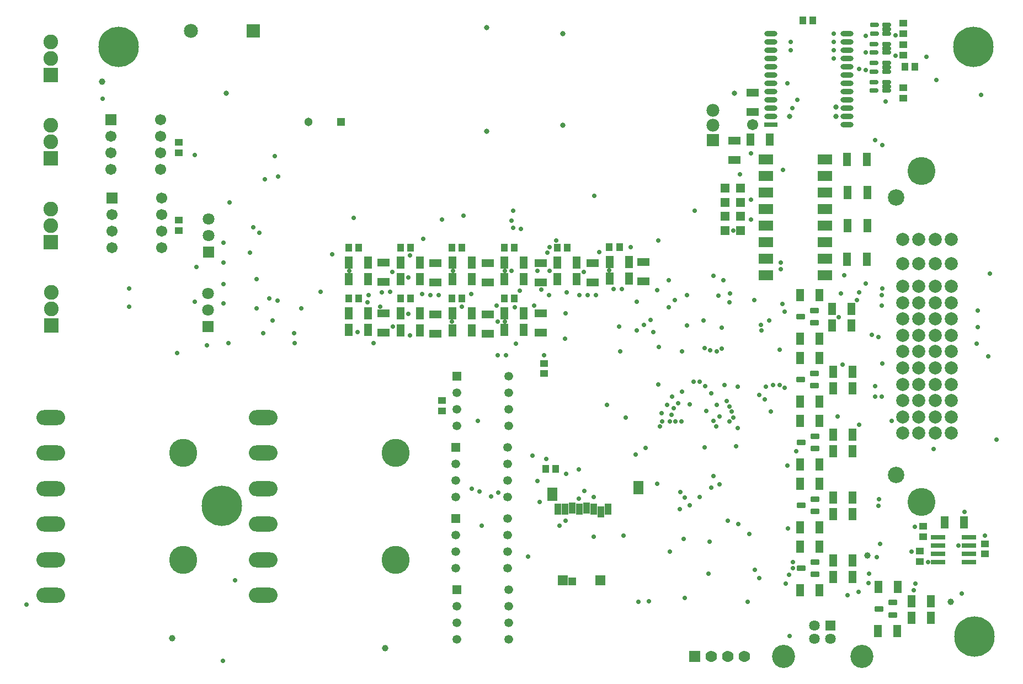
<source format=gbr>
%TF.GenerationSoftware,Altium Limited,Altium Designer,22.2.1 (43)*%
G04 Layer_Color=16711935*
%FSLAX44Y44*%
%MOMM*%
%TF.SameCoordinates,040CE2E0-B857-4D47-B26F-9B72162B56B4*%
%TF.FilePolarity,Negative*%
%TF.FileFunction,Soldermask,Bot*%
%TF.Part,Single*%
G01*
G75*
%TA.AperFunction,SMDPad,CuDef*%
%ADD99O,2.0032X0.8032*%
%ADD100R,2.0032X0.8032*%
%ADD101R,1.1732X1.9332*%
G04:AMPARAMS|DCode=102|XSize=1.4332mm|YSize=0.8032mm|CornerRadius=0.1766mm|HoleSize=0mm|Usage=FLASHONLY|Rotation=180.000|XOffset=0mm|YOffset=0mm|HoleType=Round|Shape=RoundedRectangle|*
%AMROUNDEDRECTD102*
21,1,1.4332,0.4500,0,0,180.0*
21,1,1.0800,0.8032,0,0,180.0*
1,1,0.3532,-0.5400,0.2250*
1,1,0.3532,0.5400,0.2250*
1,1,0.3532,0.5400,-0.2250*
1,1,0.3532,-0.5400,-0.2250*
%
%ADD102ROUNDEDRECTD102*%
%ADD103R,2.2932X1.5932*%
%ADD104R,1.1832X1.1232*%
%ADD105R,2.1844X0.7620*%
%ADD106R,1.1232X1.1832*%
%ADD107R,1.2632X2.0232*%
%ADD108R,1.9332X1.1732*%
%ADD109R,1.3532X1.3532*%
G04:AMPARAMS|DCode=110|XSize=1.3932mm|YSize=0.6032mm|CornerRadius=0.1516mm|HoleSize=0mm|Usage=FLASHONLY|Rotation=180.000|XOffset=0mm|YOffset=0mm|HoleType=Round|Shape=RoundedRectangle|*
%AMROUNDEDRECTD110*
21,1,1.3932,0.3000,0,0,180.0*
21,1,1.0900,0.6032,0,0,180.0*
1,1,0.3032,-0.5450,0.1500*
1,1,0.3032,0.5450,0.1500*
1,1,0.3032,0.5450,-0.1500*
1,1,0.3032,-0.5450,-0.1500*
%
%ADD110ROUNDEDRECTD110*%
%ADD111R,1.0032X1.7032*%
%ADD112R,1.6032X2.1032*%
%ADD113R,1.5032X1.6032*%
%ADD114R,1.1532X1.2032*%
%TA.AperFunction,ComponentPad*%
%ADD115C,4.2926*%
%ADD116C,2.5146*%
%ADD117C,2.0066*%
%ADD118C,1.7632*%
%ADD119R,1.7632X1.7632*%
%ADD120C,2.1532*%
%ADD121R,2.1532X2.1532*%
%ADD122C,1.3432*%
%ADD123R,1.3432X1.3432*%
%ADD124C,4.3180*%
%ADD125O,4.3942X2.2987*%
%ADD126C,1.9732*%
%ADD127R,1.9732X1.9732*%
%ADD128C,1.8082*%
%ADD129R,1.8082X1.8082*%
%ADD130C,1.7018*%
%ADD131R,1.7018X1.7018*%
%ADD132R,1.3032X1.3032*%
%ADD133C,1.3032*%
%ADD134C,2.2582*%
%ADD135R,2.2582X2.2582*%
%ADD136R,1.6312X1.6312*%
%ADD137C,1.6312*%
%ADD138C,3.5492*%
%TA.AperFunction,ViaPad*%
%ADD139C,0.7032*%
%ADD140C,1.0032*%
%ADD141C,6.2032*%
%ADD142C,0.8032*%
%ADD143C,1.7032*%
D99*
X1540510Y1092200D02*
D03*
X1423510Y1104900D02*
D03*
Y1117600D02*
D03*
Y1130300D02*
D03*
Y1143000D02*
D03*
Y1155700D02*
D03*
Y1168400D02*
D03*
Y1181100D02*
D03*
Y1193800D02*
D03*
Y1206500D02*
D03*
Y1219200D02*
D03*
Y1231900D02*
D03*
X1540510Y1104900D02*
D03*
Y1117600D02*
D03*
Y1130300D02*
D03*
Y1143000D02*
D03*
Y1155700D02*
D03*
Y1168400D02*
D03*
Y1181100D02*
D03*
Y1193800D02*
D03*
Y1206500D02*
D03*
Y1219200D02*
D03*
Y1231900D02*
D03*
D100*
X1423510Y1092200D02*
D03*
D101*
X1518090Y808990D02*
D03*
X1547690Y808990D02*
D03*
X1518090Y783590D02*
D03*
X1547690Y783590D02*
D03*
X1519360Y519430D02*
D03*
X1548960D02*
D03*
X1519360Y494030D02*
D03*
X1548960D02*
D03*
X1519360Y590550D02*
D03*
X1548960D02*
D03*
X1519360Y615950D02*
D03*
X1548960D02*
D03*
X1519360Y687070D02*
D03*
X1548960D02*
D03*
X1519800Y712470D02*
D03*
X1549400D02*
D03*
X1468560Y444500D02*
D03*
X1498160D02*
D03*
X1519360Y422910D02*
D03*
X1548960D02*
D03*
X1519360Y397510D02*
D03*
X1548960D02*
D03*
X1589210Y382270D02*
D03*
X1618810D02*
D03*
X1587940Y314960D02*
D03*
X1617540D02*
D03*
X1640010Y335280D02*
D03*
X1669610Y335280D02*
D03*
X1640010Y360680D02*
D03*
X1669610Y360680D02*
D03*
X1468560Y377190D02*
D03*
X1498160D02*
D03*
X1468560Y570230D02*
D03*
X1498160D02*
D03*
X1468560Y666750D02*
D03*
X1498160D02*
D03*
X1015170Y880110D02*
D03*
X1044770D02*
D03*
X1720410Y481330D02*
D03*
X1690810D02*
D03*
X1498160Y541020D02*
D03*
X1468560D02*
D03*
X1498160Y473710D02*
D03*
X1468560D02*
D03*
X1498160Y637540D02*
D03*
X1468560D02*
D03*
X1498160Y734060D02*
D03*
X1468560D02*
D03*
X1498160Y830580D02*
D03*
X1468560D02*
D03*
X1498160Y763270D02*
D03*
X1468560D02*
D03*
X1392360Y1069340D02*
D03*
X1421960D02*
D03*
X806010Y880110D02*
D03*
X776410D02*
D03*
X935160Y854710D02*
D03*
X964760D02*
D03*
X1015170D02*
D03*
X1044770D02*
D03*
X1206060Y881380D02*
D03*
X1176460D02*
D03*
X1126050Y880110D02*
D03*
X1096450D02*
D03*
X964760D02*
D03*
X935160D02*
D03*
X885580D02*
D03*
X855980D02*
D03*
Y854710D02*
D03*
X885580D02*
D03*
X776410D02*
D03*
X806010D02*
D03*
X964760Y802640D02*
D03*
X935160D02*
D03*
X885580D02*
D03*
X855980D02*
D03*
X806010D02*
D03*
X776410D02*
D03*
Y777240D02*
D03*
X806010D02*
D03*
X855980Y775970D02*
D03*
X885580D02*
D03*
X935160D02*
D03*
X964760D02*
D03*
X1044770Y802640D02*
D03*
X1015170D02*
D03*
X1044770Y777240D02*
D03*
X1015170D02*
D03*
X1126050Y854710D02*
D03*
X1096450D02*
D03*
X1206060Y855980D02*
D03*
X1176460D02*
D03*
D102*
X1491500Y420449D02*
D03*
X1470300Y410949D02*
D03*
X1491500Y401449D02*
D03*
X1610880Y358219D02*
D03*
X1589680Y348719D02*
D03*
X1610880Y339219D02*
D03*
X1491420Y497968D02*
D03*
X1470220Y507468D02*
D03*
X1491420Y516968D02*
D03*
Y594488D02*
D03*
X1470220Y603988D02*
D03*
X1491420Y613489D02*
D03*
X1490590Y691008D02*
D03*
X1469390Y700508D02*
D03*
X1490590Y710008D02*
D03*
X1491060Y787529D02*
D03*
X1469860Y797029D02*
D03*
X1491060Y806529D02*
D03*
D103*
X1415860Y1038860D02*
D03*
Y1013460D02*
D03*
Y988060D02*
D03*
Y962660D02*
D03*
Y937260D02*
D03*
Y911860D02*
D03*
Y886460D02*
D03*
Y861060D02*
D03*
X1506660D02*
D03*
Y886460D02*
D03*
Y911860D02*
D03*
Y937260D02*
D03*
Y962660D02*
D03*
Y988060D02*
D03*
Y1013460D02*
D03*
Y1038860D02*
D03*
D104*
X1657350Y475110D02*
D03*
Y459610D02*
D03*
X1652270Y421510D02*
D03*
Y437010D02*
D03*
X1752600Y432940D02*
D03*
Y448440D02*
D03*
X1075690Y709800D02*
D03*
Y725300D02*
D03*
X515620Y945010D02*
D03*
Y929510D02*
D03*
Y1064390D02*
D03*
Y1048890D02*
D03*
X1626870Y1247270D02*
D03*
Y1231770D02*
D03*
Y1214250D02*
D03*
Y1198750D02*
D03*
Y1132710D02*
D03*
Y1148210D02*
D03*
X919480Y652650D02*
D03*
Y668150D02*
D03*
D105*
X1680614Y458470D02*
D03*
Y445770D02*
D03*
Y433070D02*
D03*
Y420370D02*
D03*
X1727858D02*
D03*
Y433070D02*
D03*
Y445770D02*
D03*
Y458470D02*
D03*
D106*
X1078100Y563880D02*
D03*
X1093600D02*
D03*
X1488570Y1252220D02*
D03*
X1473070D02*
D03*
X1629280Y1181100D02*
D03*
X1644780D02*
D03*
X1176020Y904240D02*
D03*
X1191520D02*
D03*
X1095880Y902970D02*
D03*
X1111380D02*
D03*
X1014730D02*
D03*
X1030230D02*
D03*
X934590D02*
D03*
X950090D02*
D03*
X855850D02*
D03*
X871350D02*
D03*
X775840D02*
D03*
X791340D02*
D03*
X775840Y825500D02*
D03*
X791340D02*
D03*
X855850D02*
D03*
X871350D02*
D03*
X1014730D02*
D03*
X1030230D02*
D03*
X950090D02*
D03*
X934590D02*
D03*
D107*
X1571030Y885190D02*
D03*
X1540470D02*
D03*
X1572300Y937260D02*
D03*
X1541740D02*
D03*
X1570990Y1038860D02*
D03*
X1540430D02*
D03*
X1572300Y988060D02*
D03*
X1541740D02*
D03*
D108*
X1367790Y1038030D02*
D03*
Y1067630D02*
D03*
X1395730Y1111690D02*
D03*
Y1141290D02*
D03*
X1228090Y851340D02*
D03*
Y880940D02*
D03*
X1150620Y850070D02*
D03*
Y879670D02*
D03*
X1070610Y850070D02*
D03*
Y879670D02*
D03*
X989330Y850070D02*
D03*
Y879670D02*
D03*
X909320Y850070D02*
D03*
Y879670D02*
D03*
X829310Y850510D02*
D03*
Y880110D02*
D03*
Y772600D02*
D03*
Y802200D02*
D03*
X909320Y771330D02*
D03*
Y800930D02*
D03*
X989330Y771330D02*
D03*
Y800930D02*
D03*
X1070610Y772600D02*
D03*
Y802200D02*
D03*
D109*
X1377320Y994410D02*
D03*
X1353820D02*
D03*
X1377000Y972820D02*
D03*
X1353500D02*
D03*
X1377000Y951230D02*
D03*
X1353500D02*
D03*
X1377000Y929640D02*
D03*
X1353500D02*
D03*
D110*
X1601884Y1244900D02*
D03*
Y1238400D02*
D03*
Y1231900D02*
D03*
X1582684D02*
D03*
Y1244900D02*
D03*
X1582124Y1157120D02*
D03*
Y1144120D02*
D03*
X1601324D02*
D03*
Y1150620D02*
D03*
Y1157120D02*
D03*
X1582124Y1186330D02*
D03*
Y1173330D02*
D03*
X1601324D02*
D03*
Y1179830D02*
D03*
Y1186330D02*
D03*
X1582124Y1215540D02*
D03*
Y1202540D02*
D03*
X1601324D02*
D03*
Y1209040D02*
D03*
Y1215540D02*
D03*
D111*
X1096830Y501420D02*
D03*
X1107830D02*
D03*
X1118830Y503420D02*
D03*
X1129830Y501420D02*
D03*
X1140830Y503420D02*
D03*
X1151830Y501420D02*
D03*
X1162830Y497420D02*
D03*
X1173830Y501420D02*
D03*
D112*
X1088930Y524320D02*
D03*
X1220430Y534320D02*
D03*
D113*
X1104930Y392820D02*
D03*
X1161930D02*
D03*
D114*
X1118830Y390820D02*
D03*
D115*
X1654556Y1021080D02*
D03*
Y513080D02*
D03*
D116*
X1616202Y979932D02*
D03*
Y553974D02*
D03*
D117*
X1701038Y915416D02*
D03*
X1676146D02*
D03*
X1651000D02*
D03*
X1626108D02*
D03*
X1701038Y878586D02*
D03*
X1676146D02*
D03*
X1651000D02*
D03*
X1626108D02*
D03*
X1701038Y843534D02*
D03*
X1676146D02*
D03*
X1651000D02*
D03*
X1626108D02*
D03*
X1701038Y818388D02*
D03*
X1676146D02*
D03*
X1651000D02*
D03*
X1626108D02*
D03*
X1701038Y793496D02*
D03*
X1676146D02*
D03*
X1651000D02*
D03*
X1626108D02*
D03*
X1701038Y768604D02*
D03*
X1676146D02*
D03*
X1651000D02*
D03*
X1626108D02*
D03*
X1701038Y743458D02*
D03*
X1676146D02*
D03*
X1651000D02*
D03*
X1626108D02*
D03*
X1701038Y718566D02*
D03*
X1676146D02*
D03*
X1651000D02*
D03*
X1626108D02*
D03*
X1701038Y693420D02*
D03*
X1676146D02*
D03*
X1651000D02*
D03*
X1626108D02*
D03*
X1701038Y668528D02*
D03*
X1676146D02*
D03*
X1651000D02*
D03*
X1626108D02*
D03*
X1701038Y643382D02*
D03*
X1676146D02*
D03*
X1651000D02*
D03*
X1626108D02*
D03*
X1701038Y618490D02*
D03*
X1676146D02*
D03*
X1651000D02*
D03*
X1626108D02*
D03*
D118*
X1383030Y275590D02*
D03*
X1357630D02*
D03*
X1332230D02*
D03*
D119*
X1306830D02*
D03*
D120*
X534010Y1235710D02*
D03*
D121*
X629310D02*
D03*
D122*
X1021410Y706120D02*
D03*
Y680720D02*
D03*
Y655320D02*
D03*
Y629920D02*
D03*
X942010D02*
D03*
Y655320D02*
D03*
Y680720D02*
D03*
X1020140Y596900D02*
D03*
Y571500D02*
D03*
Y546100D02*
D03*
Y520700D02*
D03*
X940740D02*
D03*
Y546100D02*
D03*
Y571500D02*
D03*
Y462280D02*
D03*
Y436880D02*
D03*
Y411480D02*
D03*
X1020140D02*
D03*
Y436880D02*
D03*
Y462280D02*
D03*
Y487680D02*
D03*
X942010Y353060D02*
D03*
Y327660D02*
D03*
Y302260D02*
D03*
X1021410D02*
D03*
Y327660D02*
D03*
Y353060D02*
D03*
Y378460D02*
D03*
D123*
X942010Y706120D02*
D03*
X940740Y596900D02*
D03*
Y487680D02*
D03*
X942010Y378460D02*
D03*
D124*
X848360Y588010D02*
D03*
Y424180D02*
D03*
X521970Y588010D02*
D03*
Y424180D02*
D03*
D125*
X645160Y533400D02*
D03*
Y588010D02*
D03*
Y642620D02*
D03*
Y369570D02*
D03*
Y424180D02*
D03*
Y478790D02*
D03*
X318770Y533400D02*
D03*
Y588010D02*
D03*
Y642620D02*
D03*
Y478790D02*
D03*
Y424180D02*
D03*
Y369570D02*
D03*
D126*
X1334770Y1113730D02*
D03*
Y1090930D02*
D03*
D127*
Y1068130D02*
D03*
D128*
X560070Y833120D02*
D03*
Y807720D02*
D03*
X561340Y947420D02*
D03*
Y922020D02*
D03*
D129*
X560070Y782320D02*
D03*
X561340Y896620D02*
D03*
D130*
X488950Y979170D02*
D03*
Y953770D02*
D03*
Y928370D02*
D03*
Y902970D02*
D03*
X412750D02*
D03*
Y928370D02*
D03*
Y953770D02*
D03*
X487680Y1099820D02*
D03*
Y1074420D02*
D03*
Y1049020D02*
D03*
Y1023620D02*
D03*
X411480D02*
D03*
Y1049020D02*
D03*
Y1074420D02*
D03*
D131*
X412750Y979170D02*
D03*
X411480Y1099820D02*
D03*
D132*
X764140Y1096010D02*
D03*
D133*
X714140D02*
D03*
D134*
X320040Y834340D02*
D03*
Y808990D02*
D03*
X318770Y962594D02*
D03*
Y937243D02*
D03*
Y1090847D02*
D03*
Y1065497D02*
D03*
Y1219100D02*
D03*
Y1193750D02*
D03*
D135*
X320040Y783640D02*
D03*
X318770Y911893D02*
D03*
Y1040147D02*
D03*
Y1168400D02*
D03*
D136*
X1515670Y323166D02*
D03*
D137*
X1490670D02*
D03*
Y303165D02*
D03*
X1515670D02*
D03*
D138*
X1442970Y276066D02*
D03*
X1563370D02*
D03*
D139*
X824230Y812800D02*
D03*
X1559560Y834390D02*
D03*
X1593850Y814070D02*
D03*
X1249680Y838200D02*
D03*
X1243330Y773430D02*
D03*
X1217930Y775970D02*
D03*
X1229360Y784860D02*
D03*
X1217930Y820420D02*
D03*
X1239520Y792480D02*
D03*
X1336040Y859790D02*
D03*
X1250950Y693420D02*
D03*
X1591310Y448310D02*
D03*
X1573530Y388620D02*
D03*
X1558290Y374650D02*
D03*
X1569542Y848327D02*
D03*
X1643380Y377190D02*
D03*
X1541780Y369570D02*
D03*
X1717040Y372110D02*
D03*
X1757680Y736600D02*
D03*
X1390650Y463550D02*
D03*
X1526540Y643890D02*
D03*
X1449070Y568960D02*
D03*
X1593850Y830580D02*
D03*
X1770380Y608330D02*
D03*
X1534160Y723900D02*
D03*
X1645920Y387350D02*
D03*
X1527810Y796290D02*
D03*
X1595120Y725170D02*
D03*
X1583690Y690880D02*
D03*
Y674370D02*
D03*
X1593850D02*
D03*
X1586230Y427990D02*
D03*
X1590040Y516890D02*
D03*
X1588770Y506730D02*
D03*
X1574800Y402590D02*
D03*
X1291590Y365760D02*
D03*
X1438910Y869950D02*
D03*
Y880110D02*
D03*
X1442720Y1022350D02*
D03*
X1445260Y805180D02*
D03*
X1441450Y816610D02*
D03*
X1437640Y746760D02*
D03*
X1609090Y637540D02*
D03*
X1450340Y472440D02*
D03*
X1463040Y590550D02*
D03*
X1295400Y783590D02*
D03*
X1306830Y960120D02*
D03*
X1250950Y914400D02*
D03*
X1084580Y904240D02*
D03*
X1094740Y914400D02*
D03*
X890270Y916940D02*
D03*
X919480Y946150D02*
D03*
X1153160Y982980D02*
D03*
X1108710Y802640D02*
D03*
X867410Y801370D02*
D03*
X843280Y866140D02*
D03*
X1366520Y929640D02*
D03*
X1107690Y763020D02*
D03*
X1195070Y839470D02*
D03*
X1083310Y830580D02*
D03*
X1136650Y866140D02*
D03*
X1110955Y834040D02*
D03*
X1025865Y867060D02*
D03*
X1031240Y811530D02*
D03*
X1017270Y737870D02*
D03*
X1271270Y646430D02*
D03*
X1004570Y737870D02*
D03*
X1256030Y648970D02*
D03*
X1201420Y642620D02*
D03*
X1060450Y814070D02*
D03*
X963930Y831850D02*
D03*
X839470Y835660D02*
D03*
X867410Y857250D02*
D03*
X949960Y812800D02*
D03*
X844255Y781970D02*
D03*
X1004570Y789940D02*
D03*
X1084580Y867410D02*
D03*
X1071626Y838454D02*
D03*
X1065530Y867410D02*
D03*
X1421130Y791210D02*
D03*
X1287780Y744220D02*
D03*
X1323340Y690880D02*
D03*
X1252220Y750570D02*
D03*
X1372870Y689610D02*
D03*
X826770Y834390D02*
D03*
X806450Y830580D02*
D03*
X1003300Y814070D02*
D03*
X1038860Y836930D02*
D03*
X1192530Y744220D02*
D03*
X1595120Y840740D02*
D03*
X1578610Y769620D02*
D03*
X1588770Y765810D02*
D03*
X804797Y819027D02*
D03*
X914400Y830580D02*
D03*
X901700D02*
D03*
X889000Y831850D02*
D03*
X1155700Y830580D02*
D03*
X1143000D02*
D03*
X1130300D02*
D03*
X1341120Y744220D02*
D03*
X1348740Y748030D02*
D03*
X1330960Y745490D02*
D03*
X1322070Y749300D02*
D03*
X1388110Y359410D02*
D03*
X1452880Y307340D02*
D03*
X1272540Y674370D02*
D03*
X1160780Y896620D02*
D03*
X1080770Y895350D02*
D03*
X869950Y891540D02*
D03*
X789940Y773430D02*
D03*
X869950Y768350D02*
D03*
X1032510Y755650D02*
D03*
X1065530Y544830D02*
D03*
X1287780Y681990D02*
D03*
X1069340Y513080D02*
D03*
X1051560Y429260D02*
D03*
X1264920Y661670D02*
D03*
X974090Y637540D02*
D03*
X1220470Y359410D02*
D03*
X1236980Y360680D02*
D03*
X1257300Y636270D02*
D03*
X1253490Y628650D02*
D03*
X1366520Y642620D02*
D03*
X1363980Y651510D02*
D03*
X1360170Y659130D02*
D03*
X1151890Y459740D02*
D03*
Y520700D02*
D03*
X1356360Y668020D02*
D03*
X1569720Y1176020D02*
D03*
X1520190Y1206500D02*
D03*
X1414780Y670560D02*
D03*
X1416050Y689610D02*
D03*
X1437640Y692150D02*
D03*
X1569720Y1202690D02*
D03*
X1520190Y1219200D02*
D03*
X1427480Y692150D02*
D03*
X1231900Y595630D02*
D03*
X1341120Y661670D02*
D03*
X1249360Y540700D02*
D03*
X1352550Y692150D02*
D03*
X1348180Y780490D02*
D03*
X1600200Y1127760D02*
D03*
X1520190Y1193800D02*
D03*
X1398270Y822960D02*
D03*
X1360170Y819150D02*
D03*
X1276350Y822960D02*
D03*
X1209040Y904240D02*
D03*
X647700Y1008380D02*
D03*
X980440Y476250D02*
D03*
X1099820D02*
D03*
X1299210Y508000D02*
D03*
X1314450Y520700D02*
D03*
Y697230D02*
D03*
X1305560D02*
D03*
X1328420Y402590D02*
D03*
X1268730Y636270D02*
D03*
X1285240Y528320D02*
D03*
X1277620Y636270D02*
D03*
X1286510D02*
D03*
X1291590Y519430D02*
D03*
X1322070Y596900D02*
D03*
X1329690Y452120D02*
D03*
X1005840Y527050D02*
D03*
X668020Y1012190D02*
D03*
X1108710Y483870D02*
D03*
X1283970Y501650D02*
D03*
X1040130Y932180D02*
D03*
X994410Y521129D02*
D03*
X1290320Y455930D02*
D03*
X1332230Y534670D02*
D03*
X1275080Y656590D02*
D03*
X1028700Y933450D02*
D03*
X976630Y529022D02*
D03*
X662940Y1043940D02*
D03*
X1357630Y483870D02*
D03*
X1344930Y539750D02*
D03*
X1281430Y664210D02*
D03*
X1026160Y944880D02*
D03*
X965200Y533400D02*
D03*
X398780Y1131570D02*
D03*
X1374140Y478790D02*
D03*
X1299210Y662940D02*
D03*
X1028700Y960120D02*
D03*
X1336040Y552450D02*
D03*
X1332230Y679450D02*
D03*
X1451610Y401320D02*
D03*
X1324610Y652780D02*
D03*
X1423670Y651510D02*
D03*
X1336040Y637540D02*
D03*
X1339850Y628650D02*
D03*
X1344930Y643890D02*
D03*
X1360170Y636270D02*
D03*
X1372870Y626110D02*
D03*
X1370330Y598170D02*
D03*
X1182370Y839470D02*
D03*
X1191260Y782320D02*
D03*
X1109980Y556260D02*
D03*
X952050Y952530D02*
D03*
X1445260Y688340D02*
D03*
X542290Y873760D02*
D03*
X539750Y820420D02*
D03*
X1172210Y661670D02*
D03*
X1075690Y737870D02*
D03*
X1295400Y830580D02*
D03*
X1320800Y791210D02*
D03*
X1361440Y833120D02*
D03*
X1343660Y829310D02*
D03*
X635000Y854710D02*
D03*
X645160Y772160D02*
D03*
X692150D02*
D03*
X1399540Y408940D02*
D03*
X1457960Y420370D02*
D03*
X1559560Y631190D02*
D03*
X814070Y756920D02*
D03*
X1405890Y396240D02*
D03*
X1457942Y410772D02*
D03*
X558800Y753110D02*
D03*
X1267460Y853440D02*
D03*
X1267590Y811660D02*
D03*
X1197610Y461010D02*
D03*
X1268730Y436880D02*
D03*
X1216660Y585470D02*
D03*
X1752600Y461010D02*
D03*
X1711960Y445770D02*
D03*
X1720850Y497840D02*
D03*
X1644650Y474980D02*
D03*
X1639570Y436880D02*
D03*
X593090Y972820D02*
D03*
X629920Y934720D02*
D03*
X750570Y892810D02*
D03*
X1409700Y775970D02*
D03*
X1408430Y784860D02*
D03*
X539750Y1045210D02*
D03*
X1393190Y1047750D02*
D03*
X1464310Y1130300D02*
D03*
X1583690Y1068070D02*
D03*
X1595120Y1060450D02*
D03*
X1741170Y806450D02*
D03*
Y781050D02*
D03*
X1739900Y755650D02*
D03*
X1555750Y822960D02*
D03*
X1531620Y833120D02*
D03*
X1615440Y1229360D02*
D03*
Y1197610D02*
D03*
X1559560Y1177290D02*
D03*
X1662430Y1196340D02*
D03*
X1351280Y853440D02*
D03*
X1137920Y529590D02*
D03*
X1129030Y562610D02*
D03*
Y518160D02*
D03*
X1664970Y420370D02*
D03*
X1673860Y594360D02*
D03*
X1760220Y863600D02*
D03*
X1456690Y1117600D02*
D03*
X1536700Y861060D02*
D03*
X1393190Y946150D02*
D03*
Y976630D02*
D03*
X1376680Y1016000D02*
D03*
X1405890Y676910D02*
D03*
X1446530Y387350D02*
D03*
X513080Y741680D02*
D03*
X281940Y355600D02*
D03*
X582930Y269240D02*
D03*
X777240Y867410D02*
D03*
X1016000Y789940D02*
D03*
X934720D02*
D03*
X935990Y867410D02*
D03*
X1016000D02*
D03*
X1176020Y868680D02*
D03*
X1079500Y579120D02*
D03*
X1057910Y584200D02*
D03*
X783590Y948690D02*
D03*
X703580Y810260D02*
D03*
X732790Y835660D02*
D03*
X659130Y791210D02*
D03*
X666750Y821690D02*
D03*
X654050Y825500D02*
D03*
X624840Y895350D02*
D03*
X638810Y925830D02*
D03*
X634730Y810260D02*
D03*
X584200Y817880D02*
D03*
Y847090D02*
D03*
X584350Y910740D02*
D03*
X584200Y880110D02*
D03*
X693420Y756920D02*
D03*
X591820D02*
D03*
X601980Y392430D02*
D03*
X439420Y812800D02*
D03*
Y840740D02*
D03*
X1449070Y1155700D02*
D03*
X1454150Y1206500D02*
D03*
Y1219200D02*
D03*
X1746250Y1137920D02*
D03*
X1677670Y1160780D02*
D03*
X1520190Y1231900D02*
D03*
X1569720Y1228090D02*
D03*
D140*
X1572260Y430530D02*
D03*
X1699647Y359410D02*
D03*
X397510Y1158240D02*
D03*
X831611Y288529D02*
D03*
X505460Y303530D02*
D03*
D141*
X581660Y506730D02*
D03*
X422910Y1211580D02*
D03*
X1734820D02*
D03*
X1736090Y306070D02*
D03*
D142*
X1524000Y1118870D02*
D03*
Y1104900D02*
D03*
X1452880D02*
D03*
X1367790Y1140460D02*
D03*
X588010D02*
D03*
X988060Y1082040D02*
D03*
X1104900Y1090930D02*
D03*
X988060Y1240790D02*
D03*
X1104900Y1231900D02*
D03*
D143*
X1395730Y1092200D02*
D03*
%TF.MD5,9578c002cd832f327331b1907f5ed6c2*%
M02*

</source>
